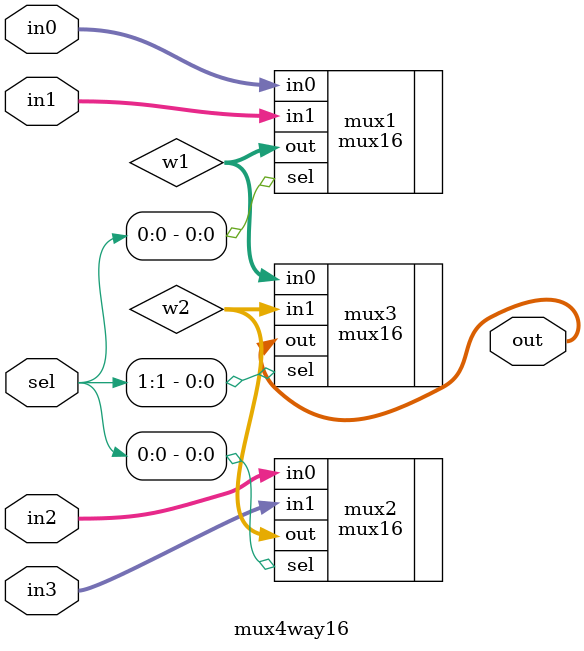
<source format=v>
`include "mux16.v"

module mux4way16(
    input [15:0] in0, in1, in2, in3,
    input [1:0] sel,
    output [15:0] out
);

wire [15:0] w1, w2;

mux16 mux1(
    .in0(in0),
    .in1(in1),
    .sel(sel[0]),
    .out(w1)
);

mux16 mux2(
    .in0(in2),
    .in1(in3),
    .sel(sel[0]),
    .out(w2)
);

mux16 mux3(
    .in0(w1),
    .in1(w2),
    .sel(sel[1]),
    .out(out)
);


endmodule
</source>
